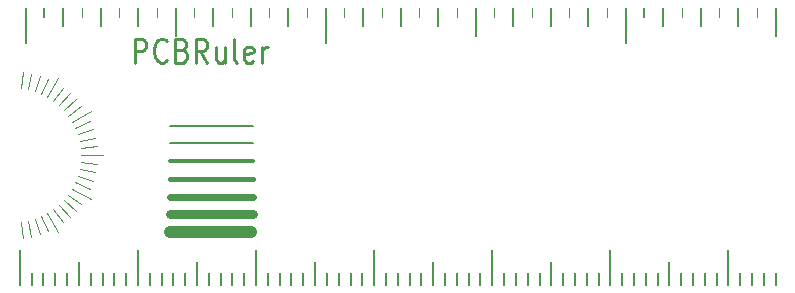
<source format=gbr>
%TF.GenerationSoftware,KiCad,Pcbnew,(6.0.5-0)*%
%TF.CreationDate,2022-12-25T00:01:24-08:00*%
%TF.ProjectId,PCBRulerSmaller,50434252-756c-4657-9253-6d616c6c6572,1.0*%
%TF.SameCoordinates,PX510ff40PY5d75c80*%
%TF.FileFunction,Soldermask,Top*%
%TF.FilePolarity,Negative*%
%FSLAX46Y46*%
G04 Gerber Fmt 4.6, Leading zero omitted, Abs format (unit mm)*
G04 Created by KiCad (PCBNEW (6.0.5-0)) date 2022-12-25 00:01:24*
%MOMM*%
%LPD*%
G01*
G04 APERTURE LIST*
%ADD10C,0.200000*%
%ADD11C,0.450000*%
%ADD12C,0.600000*%
%ADD13C,0.760000*%
%ADD14C,1.000000*%
%ADD15C,0.150000*%
%ADD16C,0.300000*%
%ADD17C,0.250000*%
%ADD18C,0.120000*%
%ADD19C,0.100000*%
G04 APERTURE END LIST*
D10*
X13250000Y-11500000D02*
X13250000Y-11500000D01*
D11*
X20250000Y-14500000D02*
X13250000Y-14500000D01*
D12*
X20250000Y-16000000D02*
X13250000Y-16000000D01*
D13*
X20250000Y-17500000D02*
X13250000Y-17500000D01*
D14*
X20050000Y-19000000D02*
X13250000Y-19000000D01*
D15*
X13250000Y-10000000D02*
X20250000Y-10000000D01*
D10*
X13250000Y-11500000D02*
X20250000Y-11500000D01*
D16*
X20250000Y-13000000D02*
X13250000Y-13000000D01*
D17*
X10221428Y-4654761D02*
X10221428Y-2654761D01*
X10876666Y-2654761D01*
X11040476Y-2750000D01*
X11122380Y-2845238D01*
X11204285Y-3035714D01*
X11204285Y-3321428D01*
X11122380Y-3511904D01*
X11040476Y-3607142D01*
X10876666Y-3702380D01*
X10221428Y-3702380D01*
X12924285Y-4464285D02*
X12842380Y-4559523D01*
X12596666Y-4654761D01*
X12432857Y-4654761D01*
X12187142Y-4559523D01*
X12023333Y-4369047D01*
X11941428Y-4178571D01*
X11859523Y-3797619D01*
X11859523Y-3511904D01*
X11941428Y-3130952D01*
X12023333Y-2940476D01*
X12187142Y-2750000D01*
X12432857Y-2654761D01*
X12596666Y-2654761D01*
X12842380Y-2750000D01*
X12924285Y-2845238D01*
X14234761Y-3607142D02*
X14480476Y-3702380D01*
X14562380Y-3797619D01*
X14644285Y-3988095D01*
X14644285Y-4273809D01*
X14562380Y-4464285D01*
X14480476Y-4559523D01*
X14316666Y-4654761D01*
X13661428Y-4654761D01*
X13661428Y-2654761D01*
X14234761Y-2654761D01*
X14398571Y-2750000D01*
X14480476Y-2845238D01*
X14562380Y-3035714D01*
X14562380Y-3226190D01*
X14480476Y-3416666D01*
X14398571Y-3511904D01*
X14234761Y-3607142D01*
X13661428Y-3607142D01*
X16364285Y-4654761D02*
X15790952Y-3702380D01*
X15381428Y-4654761D02*
X15381428Y-2654761D01*
X16036666Y-2654761D01*
X16200476Y-2750000D01*
X16282380Y-2845238D01*
X16364285Y-3035714D01*
X16364285Y-3321428D01*
X16282380Y-3511904D01*
X16200476Y-3607142D01*
X16036666Y-3702380D01*
X15381428Y-3702380D01*
X17838571Y-3321428D02*
X17838571Y-4654761D01*
X17101428Y-3321428D02*
X17101428Y-4369047D01*
X17183333Y-4559523D01*
X17347142Y-4654761D01*
X17592857Y-4654761D01*
X17756666Y-4559523D01*
X17838571Y-4464285D01*
X18903333Y-4654761D02*
X18739523Y-4559523D01*
X18657619Y-4369047D01*
X18657619Y-2654761D01*
X20213809Y-4559523D02*
X20050000Y-4654761D01*
X19722380Y-4654761D01*
X19558571Y-4559523D01*
X19476666Y-4369047D01*
X19476666Y-3607142D01*
X19558571Y-3416666D01*
X19722380Y-3321428D01*
X20050000Y-3321428D01*
X20213809Y-3416666D01*
X20295714Y-3607142D01*
X20295714Y-3797619D01*
X19476666Y-3988095D01*
X21032857Y-4654761D02*
X21032857Y-3321428D01*
X21032857Y-3702380D02*
X21114761Y-3511904D01*
X21196666Y-3416666D01*
X21360476Y-3321428D01*
X21524285Y-3321428D01*
D15*
%TO.C,REF\u002A\u002A*%
X22500000Y-23500000D02*
X22500000Y-22500000D01*
X7500000Y-23500000D02*
X7500000Y-22500000D01*
X11500000Y-23500000D02*
X11500000Y-22500000D01*
X3500000Y-23500000D02*
X3500000Y-22500000D01*
X16500000Y-23500000D02*
X16500000Y-22500000D01*
X6500000Y-23500000D02*
X6500000Y-22500000D01*
X59500000Y-23500000D02*
X59500000Y-22500000D01*
X42500000Y-23500000D02*
X42500000Y-22500000D01*
X500000Y-20500000D02*
X500000Y-20500000D01*
X15500000Y-23500000D02*
X15500000Y-21500000D01*
X52500000Y-23500000D02*
X52500000Y-22500000D01*
X18500000Y-23500000D02*
X18500000Y-22500000D01*
X58500000Y-23500000D02*
X58500000Y-22500000D01*
X5500000Y-23500000D02*
X5500000Y-21500000D01*
X2500000Y-23500000D02*
X2500000Y-22500000D01*
X53500000Y-23500000D02*
X53500000Y-22500000D01*
X9500000Y-23500000D02*
X9500000Y-22500000D01*
X49500000Y-23500000D02*
X49500000Y-22500000D01*
X14500000Y-23500000D02*
X14500000Y-22500000D01*
X56500000Y-23500000D02*
X56500000Y-22500000D01*
X23500000Y-23500000D02*
X23500000Y-22500000D01*
X60500000Y-23500000D02*
X60500000Y-20500000D01*
X13500000Y-23500000D02*
X13500000Y-22500000D01*
X17500000Y-23500000D02*
X17500000Y-22500000D01*
X55500000Y-23500000D02*
X55500000Y-21500000D01*
X45500000Y-23500000D02*
X45500000Y-21500000D01*
X41500000Y-23500000D02*
X41500000Y-22500000D01*
X63500000Y-23500000D02*
X63500000Y-22500000D01*
X48500000Y-23500000D02*
X48500000Y-22500000D01*
X34500000Y-23500000D02*
X34500000Y-22500000D01*
X30500000Y-23500000D02*
X30500000Y-20500000D01*
X46500000Y-23500000D02*
X46500000Y-22500000D01*
X500000Y-23500000D02*
X500000Y-20500000D01*
X20500000Y-23500000D02*
X20500000Y-20500000D01*
X37500000Y-23500000D02*
X37500000Y-22500000D01*
X38500000Y-23500000D02*
X38500000Y-22500000D01*
X62500000Y-23500000D02*
X62500000Y-22500000D01*
X57500000Y-23500000D02*
X57500000Y-22500000D01*
X50500000Y-23500000D02*
X50500000Y-20500000D01*
X10500000Y-23500000D02*
X10500000Y-20500000D01*
X43500000Y-23500000D02*
X43500000Y-22500000D01*
X51500000Y-23500000D02*
X51500000Y-22500000D01*
X40500000Y-23500000D02*
X40500000Y-20500000D01*
X36500000Y-23500000D02*
X36500000Y-22500000D01*
X61500000Y-23500000D02*
X61500000Y-22500000D01*
X8500000Y-23500000D02*
X8500000Y-22500000D01*
X27500000Y-23500000D02*
X27500000Y-22500000D01*
X47500000Y-23500000D02*
X47500000Y-22500000D01*
X39500000Y-23500000D02*
X39500000Y-22500000D01*
X24500000Y-23500000D02*
X24500000Y-22500000D01*
X28500000Y-23500000D02*
X28500000Y-22500000D01*
X19500000Y-23500000D02*
X19500000Y-22500000D01*
X54500000Y-23500000D02*
X54500000Y-22500000D01*
X31500000Y-23500000D02*
X31500000Y-22500000D01*
X25500000Y-23500000D02*
X25500000Y-21500000D01*
X44500000Y-23500000D02*
X44500000Y-22500000D01*
X33500000Y-23500000D02*
X33500000Y-22500000D01*
X32500000Y-23500000D02*
X32500000Y-22500000D01*
X21500000Y-23500000D02*
X21500000Y-22500000D01*
X26500000Y-23500000D02*
X26500000Y-22500000D01*
X1500000Y-23500000D02*
X1500000Y-22500000D01*
X29500000Y-23500000D02*
X29500000Y-22500000D01*
X12500000Y-23500000D02*
X12500000Y-22500000D01*
X35500000Y-23500000D02*
X35500000Y-21500000D01*
X4500000Y-23500000D02*
X4500000Y-22500000D01*
X64500000Y-23500000D02*
X64500000Y-22500000D01*
X32750000Y0D02*
X32750000Y-1587500D01*
X10525000Y0D02*
X10525000Y-1587500D01*
D18*
X50212500Y0D02*
X50212500Y-793750D01*
X12112500Y0D02*
X12112500Y-793750D01*
X24812500Y0D02*
X24812500Y-793750D01*
D15*
X53387500Y0D02*
X53387500Y-793750D01*
X1000000Y0D02*
X1000000Y-3000000D01*
D18*
X8937500Y0D02*
X8937500Y-793750D01*
X59737500Y0D02*
X59737500Y-793750D01*
D15*
X2587500Y0D02*
X2587500Y-793750D01*
D18*
X56562500Y0D02*
X56562500Y-793750D01*
X18462500Y0D02*
X18462500Y-793750D01*
X31162500Y0D02*
X31162500Y-793750D01*
D15*
X13700000Y0D02*
X13700000Y-2381250D01*
D18*
X47037500Y0D02*
X47037500Y-793750D01*
X43862500Y0D02*
X43862500Y-793750D01*
X27987500Y0D02*
X27987500Y-793750D01*
X62912500Y0D02*
X62912500Y-793750D01*
X5762500Y0D02*
X5762500Y-793750D01*
D15*
X45450000Y0D02*
X45450000Y-1587500D01*
X58150000Y0D02*
X58150000Y-1587500D01*
X64500000Y0D02*
X64500000Y-2381250D01*
X23225000Y0D02*
X23225000Y-1587500D01*
X51800000Y0D02*
X51800000Y-3000000D01*
X42275000Y0D02*
X42275000Y-1587500D01*
X7350000Y0D02*
X7350000Y-1587500D01*
D18*
X37512500Y0D02*
X37512500Y-793750D01*
X21637500Y0D02*
X21637500Y-793750D01*
D15*
X54975000Y0D02*
X54975000Y-1587500D01*
X48625000Y0D02*
X48625000Y-1587500D01*
X39100000Y0D02*
X39100000Y-2381250D01*
X16875000Y0D02*
X16875000Y-1587500D01*
X29575000Y0D02*
X29575000Y-1587500D01*
X35925000Y0D02*
X35925000Y-1587500D01*
X20050000Y0D02*
X20050000Y-1587500D01*
D18*
X34337500Y0D02*
X34337500Y-793750D01*
D15*
X26400000Y0D02*
X26400000Y-3000000D01*
D18*
X40687500Y0D02*
X40687500Y-793750D01*
D15*
X61325000Y0D02*
X61325000Y-1587500D01*
X4175000Y0D02*
X4175000Y-1587500D01*
D18*
X15287500Y0D02*
X15287500Y-793750D01*
D19*
X2311054Y-7302552D02*
X2865630Y-6056839D01*
X4222436Y-8691300D02*
X5235824Y-7778809D01*
X593960Y-18143859D02*
X736484Y-19500043D01*
X5403749Y-10737382D02*
X6700652Y-10316031D01*
X4596708Y-15832875D02*
X5699901Y-16634381D01*
X1181312Y-18050826D02*
X1464823Y-19384663D01*
X5557691Y-13674467D02*
X6891528Y-13957977D01*
X1755773Y-17896910D02*
X2177188Y-19193788D01*
X3339708Y-7896446D02*
X4141232Y-6793260D01*
X5681839Y-12493154D02*
X7500028Y-12493154D01*
X593960Y-6842457D02*
X736484Y-5486293D01*
X4920621Y-15334090D02*
X6495224Y-16243182D01*
X4920621Y-9652283D02*
X6495224Y-8743191D01*
X1181312Y-6935527D02*
X1464823Y-5601684D01*
X3801919Y-8270718D02*
X4714345Y-7257395D01*
X2840935Y-17413783D02*
X3750027Y-18988359D01*
X5190623Y-10182165D02*
X6436366Y-9627524D01*
X5650717Y-13087050D02*
X7006882Y-13229639D01*
X5190623Y-14804190D02*
X6436366Y-15358817D01*
X3801919Y-16715585D02*
X4714345Y-17728959D01*
X5650717Y-11899259D02*
X7006882Y-11756735D01*
X4222436Y-16295047D02*
X5235824Y-17207500D01*
X1755773Y-7089405D02*
X2177188Y-5792572D01*
X2311054Y-17683784D02*
X2865630Y-18929527D01*
X3339708Y-17089863D02*
X4141232Y-18193069D01*
X5403749Y-14248953D02*
X6700652Y-14670344D01*
X4596708Y-9153511D02*
X5699901Y-8351923D01*
X2840935Y-7572591D02*
X3750027Y-5997957D01*
X5557691Y-11311842D02*
X6891528Y-11028333D01*
%TD*%
M02*

</source>
